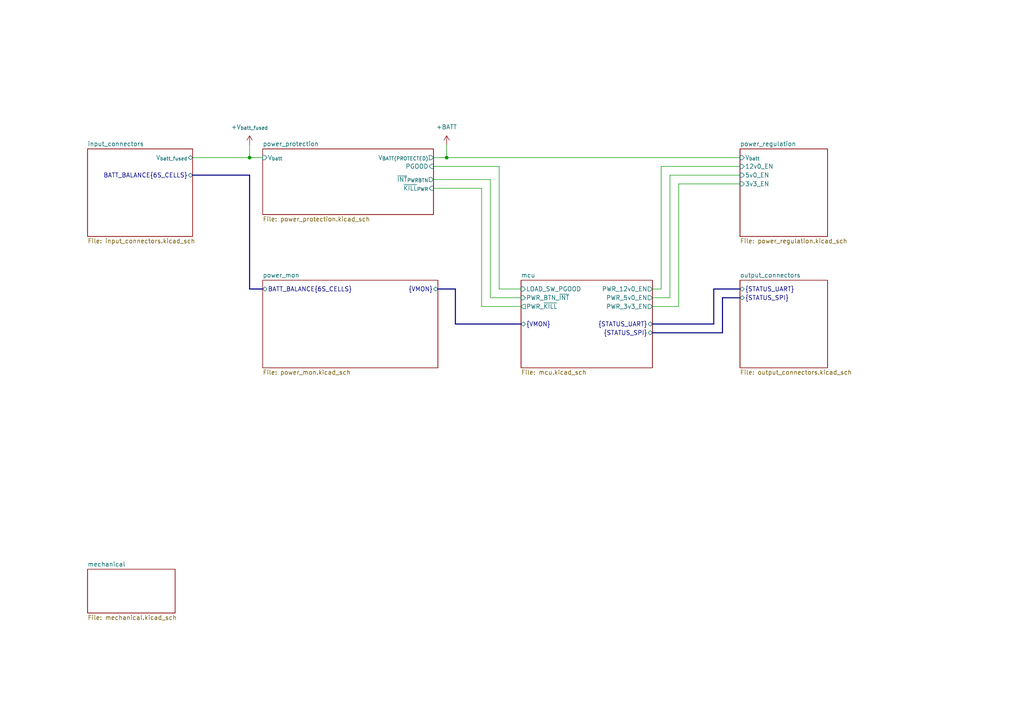
<source format=kicad_sch>
(kicad_sch (version 20231120) (generator "eeschema") (generator_version "8.0")
  (paper "A4")
  (title_block (title "Power Board") (date "2025-01-20") (rev "1.1") (company "SSL A-Team") (comment 1 "Will Stuckey"))
  (lib_symbols
    (symbol "AT-Supplies:+V_{BATT(FUSED)}" (power) (pin_names (offset 0)) (in_bom no) (on_board no)
      (property "Value" "+V_{BATT(FUSED)}" (at 0 5.08 0))
      (symbol "+V_{BATT(FUSED)}_0_1"
        (polyline (pts (xy -0.76 1.27) (xy 0.002 2.54)))
        (polyline (pts (xy 0.002 0) (xy 0.002 2.54)))
        (polyline (pts (xy 0.002 2.54) (xy 0.764 1.27)))
      )
      (symbol "+V_{BATT(FUSED)}_1_1"
        (pin power_in line (at 0 0 90) (length 0) hide (name "+V_{BATT(FUSED)}") (number "1"))
      )
    )
    (symbol "power:+BATT" (power) (pin_numbers hide) (pin_names (offset 0) hide)
      (property "Value" "+BATT" (at 0 3.556 0))
      (symbol "+BATT_0_1"
        (polyline (pts (xy -0.762 1.27) (xy 0 2.54)))
        (polyline (pts (xy 0 0) (xy 0 2.54)))
        (polyline (pts (xy 0 2.54) (xy 0.762 1.27)))
      )
      (symbol "+BATT_1_1"
        (pin power_in line (at 0 0 90) (length 0) (name "~") (number "1"))
      )
    )
  )
  (junction (at 129.54 45.72))
  (junction (at 72.39 45.72))
  (wire (pts (xy 151.13 83.82) (xy 144.78 83.82)))
  (wire (pts (xy 125.73 45.72) (xy 129.54 45.72)))
  (bus (pts (xy 209.55 86.36) (xy 209.55 96.52)))
  (wire (pts (xy 125.73 48.26) (xy 144.78 48.26)))
  (wire (pts (xy 194.31 50.8) (xy 194.31 86.36)))
  (wire (pts (xy 139.7 88.9) (xy 151.13 88.9)))
  (bus (pts (xy 72.39 50.8) (xy 55.88 50.8)))
  (wire (pts (xy 196.85 53.34) (xy 214.63 53.34)))
  (wire (pts (xy 191.77 83.82) (xy 191.77 48.26)))
  (bus (pts (xy 127 83.82) (xy 132.08 83.82)))
  (bus (pts (xy 207.01 83.82) (xy 214.63 83.82)))
  (bus (pts (xy 132.08 83.82) (xy 132.08 93.98)))
  (wire (pts (xy 125.73 52.07) (xy 142.24 52.07)))
  (wire (pts (xy 142.24 52.07) (xy 142.24 86.36)))
  (wire (pts (xy 214.63 50.8) (xy 194.31 50.8)))
  (wire (pts (xy 144.78 83.82) (xy 144.78 48.26)))
  (wire (pts (xy 129.54 45.72) (xy 129.54 41.91)))
  (wire (pts (xy 72.39 45.72) (xy 76.2 45.72)))
  (bus (pts (xy 207.01 93.98) (xy 189.23 93.98)))
  (wire (pts (xy 194.31 86.36) (xy 189.23 86.36)))
  (wire (pts (xy 189.23 88.9) (xy 196.85 88.9)))
  (wire (pts (xy 55.88 45.72) (xy 72.39 45.72)))
  (wire (pts (xy 142.24 86.36) (xy 151.13 86.36)))
  (bus (pts (xy 207.01 83.82) (xy 207.01 93.98)))
  (wire (pts (xy 72.39 45.72) (xy 72.39 41.91)))
  (bus (pts (xy 209.55 96.52) (xy 189.23 96.52)))
  (wire (pts (xy 191.77 48.26) (xy 214.63 48.26)))
  (wire (pts (xy 196.85 88.9) (xy 196.85 53.34)))
  (bus (pts (xy 72.39 83.82) (xy 72.39 50.8)))
  (wire (pts (xy 125.73 54.61) (xy 139.7 54.61)))
  (wire (pts (xy 129.54 45.72) (xy 214.63 45.72)))
  (bus (pts (xy 72.39 83.82) (xy 76.2 83.82)))
  (wire (pts (xy 189.23 83.82) (xy 191.77 83.82)))
  (bus (pts (xy 209.55 86.36) (xy 214.63 86.36)))
  (wire (pts (xy 139.7 54.61) (xy 139.7 88.9)))
  (bus (pts (xy 132.08 93.98) (xy 151.13 93.98)))
  (symbol (lib_id "AT-Supplies:+V_{BATT(FUSED)}") (at 72.39 41.91 0) (unit 1) (in_bom no) (on_board no)
    (property "Reference" "#PWR01" (effects (hide yes)))
    (property "Value" "+V_{batt_fused}" (at 72.392 36.83 0))
  )
  (symbol (lib_id "power:+BATT") (at 129.54 41.91 0) (unit 1)
    (property "Reference" "#PWR02" (effects (hide yes)))
    (property "Value" "+BATT" (at 129.54 36.83 0))
    (property "Description" "Power symbol creates a global label with name \"+BATT\"" (effects (hide yes)))
  )
  (sheet (at 214.63 81.28) (size 25.4 25.4) (stroke (width 0.1524))
    (property "Sheetname" "output_connectors" (at 214.63 80.5684 0) (effects (justify left bottom)))
    (property "Sheetfile" "output_connectors.kicad_sch" (at 214.63 107.2646 0) (effects (justify left top)))
    (pin "{STATUS_UART}" bidirectional (at 214.63 83.82 180))
    (pin "{STATUS_SPI}" bidirectional (at 214.63 86.36 180))
  )
  (sheet (at 25.4 165.1) (size 25.4 12.7) (stroke (width 0.1524))
    (property "Sheetname" "mechanical" (at 25.4 164.3884 0) (effects (justify left bottom)))
    (property "Sheetfile" "mechanical.kicad_sch" (at 25.4 178.3846 0) (effects (justify left top)))
  )
  (sheet (at 76.2 43.18) (size 49.53 19.05) (stroke (width 0.1524))
    (property "Sheetname" "power_protection" (at 76.2 42.4684 0) (effects (justify left bottom)))
    (property "Sheetfile" "power_protection.kicad_sch" (at 76.2 62.8146 0) (effects (justify left top)))
    (pin "V_{BATT(PROTECTED)}" output (at 125.73 45.72 0))
    (pin "PGOOD" input (at 125.73 48.26 0))
    (pin "~{KILL}_{PWR}" input (at 125.73 54.61 0))
    (pin "~{INT}_{PWRBTN}" output (at 125.73 52.07 0))
    (pin "V_{batt}" input (at 76.2 45.72 180))
  )
  (sheet (at 151.13 81.28) (size 38.1 25.4) (stroke (width 0.1524))
    (property "Sheetname" "mcu" (at 151.13 80.5684 0) (effects (justify left bottom)))
    (property "Sheetfile" "mcu.kicad_sch" (at 151.13 107.2646 0) (effects (justify left top)))
    (pin "PWR_~{KILL}" output (at 151.13 88.9 180))
    (pin "LOAD_SW_PGOOD" input (at 151.13 83.82 180))
    (pin "PWR_3v3_EN" output (at 189.23 88.9 0))
    (pin "PWR_5v0_EN" output (at 189.23 86.36 0))
    (pin "{STATUS_UART}" bidirectional (at 189.23 93.98 0))
    (pin "{STATUS_SPI}" bidirectional (at 189.23 96.52 0))
    (pin "PWR_BTN_~{INT}" input (at 151.13 86.36 180))
    (pin "{VMON}" bidirectional (at 151.13 93.98 180))
    (pin "PWR_12v0_EN" output (at 189.23 83.82 0))
  )
  (sheet (at 25.4 43.18) (size 30.48 25.4) (stroke (width 0.1524))
    (property "Sheetname" "input_connectors" (at 25.4 42.4684 0) (effects (justify left bottom)))
    (property "Sheetfile" "input_connectors.kicad_sch" (at 25.4 69.1646 0) (effects (justify left top)))
    (pin "V_{batt_fused}" bidirectional (at 55.88 45.72 0))
    (pin "BATT_BALANCE{6S_CELLS}" bidirectional (at 55.88 50.8 0))
  )
  (sheet (at 214.63 43.18) (size 25.4 25.4) (stroke (width 0.1524))
    (property "Sheetname" "power_regulation" (at 214.63 42.4684 0) (effects (justify left bottom)))
    (property "Sheetfile" "power_regulation.kicad_sch" (at 214.63 69.1646 0) (effects (justify left top)))
    (pin "V_{batt}" input (at 214.63 45.72 180))
    (pin "5v0_EN" input (at 214.63 50.8 180))
    (pin "3v3_EN" input (at 214.63 53.34 180))
    (pin "12v0_EN" input (at 214.63 48.26 180))
  )
  (sheet (at 76.2 81.28) (size 50.8 25.4) (stroke (width 0.1524))
    (property "Sheetname" "power_mon" (at 76.2 80.5684 0) (effects (justify left bottom)))
    (property "Sheetfile" "power_mon.kicad_sch" (at 76.2 107.2646 0) (effects (justify left top)))
    (pin "{VMON}" bidirectional (at 127 83.82 0))
    (pin "BATT_BALANCE{6S_CELLS}" bidirectional (at 76.2 83.82 180))
  )
)
</source>
